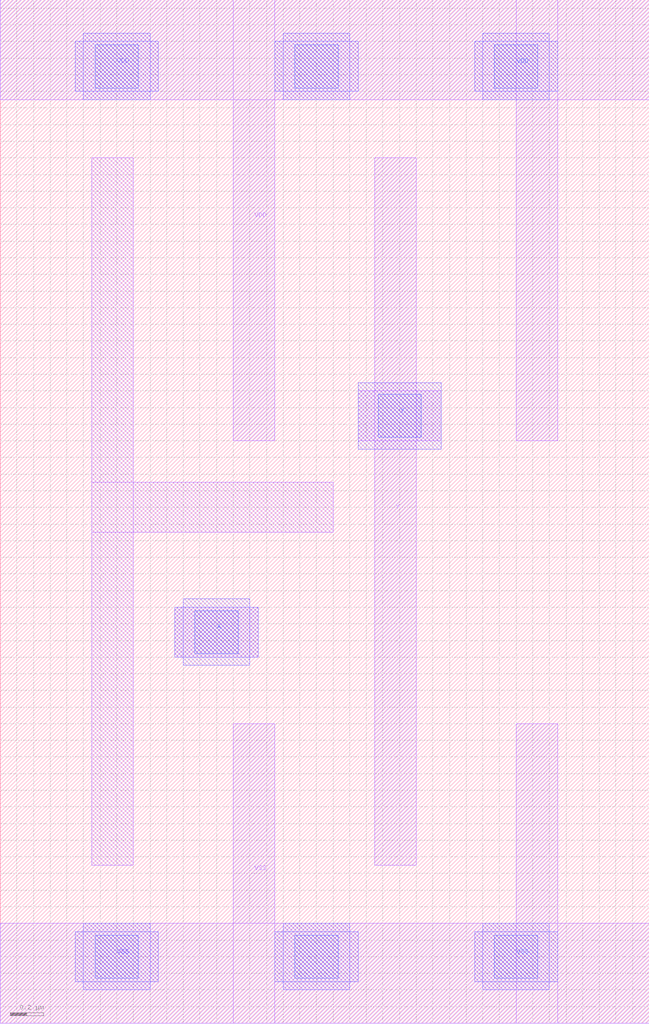
<source format=lef>
# Copyright 2022 Google LLC
# Licensed under the Apache License, Version 2.0 (the "License");
# you may not use this file except in compliance with the License.
# You may obtain a copy of the License at
#
#      http://www.apache.org/licenses/LICENSE-2.0
#
# Unless required by applicable law or agreed to in writing, software
# distributed under the License is distributed on an "AS IS" BASIS,
# WITHOUT WARRANTIES OR CONDITIONS OF ANY KIND, either express or implied.
# See the License for the specific language governing permissions and
# limitations under the License.
VERSION 5.7 ;
BUSBITCHARS "[]" ;
DIVIDERCHAR "/" ;

MACRO gf180mcu_osu_sc_9T_buf_2
  CLASS CORE ;
  ORIGIN 0 0 ;
  FOREIGN gf180mcu_osu_sc_9T_buf_2 0 0 ;
  SIZE 3.9 BY 6.15 ;
  SYMMETRY X Y ;
  SITE GF018hv5v_mcu_sc7 ;
  PIN A
    DIRECTION INPUT ;
    USE SIGNAL ;
    PORT
      LAYER MET1 ;
        RECT 1.05 2.2 1.55 2.5 ;
      LAYER MET2 ;
        RECT 1.05 2.2 1.55 2.5 ;
        RECT 1.1 2.15 1.5 2.55 ;
      LAYER VIA12 ;
        RECT 1.17 2.22 1.43 2.48 ;
    END
  END A
  PIN VDD
    DIRECTION INOUT ;
    USE POWER ;
    SHAPE ABUTMENT ;
    PORT
      LAYER MET1 ;
        RECT 0 5.55 3.9 6.15 ;
        RECT 3.1 3.5 3.35 6.15 ;
        RECT 1.4 3.5 1.65 6.15 ;
      LAYER MET2 ;
        RECT 2.85 5.6 3.35 5.9 ;
        RECT 2.9 5.55 3.3 5.95 ;
        RECT 1.65 5.6 2.15 5.9 ;
        RECT 1.7 5.55 2.1 5.95 ;
        RECT 0.45 5.6 0.95 5.9 ;
        RECT 0.5 5.55 0.9 5.95 ;
      LAYER VIA12 ;
        RECT 0.57 5.62 0.83 5.88 ;
        RECT 1.77 5.62 2.03 5.88 ;
        RECT 2.97 5.62 3.23 5.88 ;
    END
  END VDD
  PIN VSS
    DIRECTION INOUT ;
    USE GROUND ;
    PORT
      LAYER MET1 ;
        RECT 0 0 3.9 0.6 ;
        RECT 3.1 0 3.35 1.8 ;
        RECT 1.4 0 1.65 1.8 ;
      LAYER MET2 ;
        RECT 2.85 0.25 3.35 0.55 ;
        RECT 2.9 0.2 3.3 0.6 ;
        RECT 1.65 0.25 2.15 0.55 ;
        RECT 1.7 0.2 2.1 0.6 ;
        RECT 0.45 0.25 0.95 0.55 ;
        RECT 0.5 0.2 0.9 0.6 ;
      LAYER VIA12 ;
        RECT 0.57 0.27 0.83 0.53 ;
        RECT 1.77 0.27 2.03 0.53 ;
        RECT 2.97 0.27 3.23 0.53 ;
    END
  END VSS
  PIN Y
    DIRECTION OUTPUT ;
    USE SIGNAL ;
    PORT
      LAYER MET1 ;
        RECT 2.15 3.5 2.65 3.8 ;
        RECT 2.25 0.95 2.5 5.2 ;
      LAYER MET2 ;
        RECT 2.15 3.45 2.65 3.85 ;
      LAYER VIA12 ;
        RECT 2.27 3.52 2.53 3.78 ;
    END
  END Y
  OBS
    LAYER MET1 ;
      RECT 0.55 0.95 0.8 5.2 ;
      RECT 0.55 2.95 2 3.25 ;
  END
END gf180mcu_osu_sc_9T_buf_2

</source>
